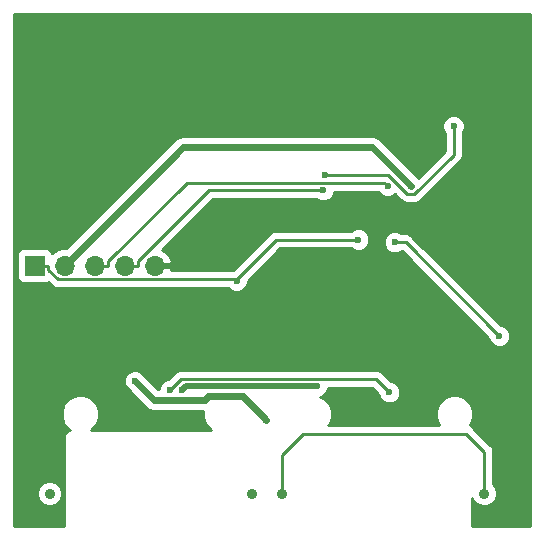
<source format=gbl>
G04 #@! TF.GenerationSoftware,KiCad,Pcbnew,(5.0.1)-3*
G04 #@! TF.CreationDate,2018-11-04T16:08:14+11:00*
G04 #@! TF.ProjectId,15_Channel_SSR_Driver,31355F4368616E6E656C5F5353525F44,1.1*
G04 #@! TF.SameCoordinates,PX7c25018PY69db1f0*
G04 #@! TF.FileFunction,Copper,L2,Bot,Signal*
G04 #@! TF.FilePolarity,Positive*
%FSLAX46Y46*%
G04 Gerber Fmt 4.6, Leading zero omitted, Abs format (unit mm)*
G04 Created by KiCad (PCBNEW (5.0.1)-3) date 4/11/2018 4:08:14 PM*
%MOMM*%
%LPD*%
G01*
G04 APERTURE LIST*
G04 #@! TA.AperFunction,ComponentPad*
%ADD10C,0.900000*%
G04 #@! TD*
G04 #@! TA.AperFunction,ComponentPad*
%ADD11R,1.700000X1.700000*%
G04 #@! TD*
G04 #@! TA.AperFunction,ComponentPad*
%ADD12O,1.700000X1.700000*%
G04 #@! TD*
G04 #@! TA.AperFunction,ViaPad*
%ADD13C,0.600000*%
G04 #@! TD*
G04 #@! TA.AperFunction,Conductor*
%ADD14C,0.600000*%
G04 #@! TD*
G04 #@! TA.AperFunction,Conductor*
%ADD15C,0.250000*%
G04 #@! TD*
G04 #@! TA.AperFunction,Conductor*
%ADD16C,0.500000*%
G04 #@! TD*
G04 #@! TA.AperFunction,Conductor*
%ADD17C,0.254000*%
G04 #@! TD*
G04 APERTURE END LIST*
D10*
G04 #@! TO.P,J1,9*
G04 #@! TO.N,Net-(J1-Pad1)*
X23370000Y-41282000D03*
X40470000Y-41282000D03*
G04 #@! TD*
G04 #@! TO.P,J2,9*
G04 #@! TO.N,Net-(J1-Pad1)*
X3685000Y-41282000D03*
X20785000Y-41282000D03*
G04 #@! TD*
D11*
G04 #@! TO.P,P6,1*
G04 #@! TO.N,/1W-DATA*
X2413000Y-21971000D03*
D12*
G04 #@! TO.P,P6,2*
G04 #@! TO.N,+3V3*
X4953000Y-21971000D03*
G04 #@! TO.P,P6,3*
G04 #@! TO.N,/UART_TX*
X7493000Y-21971000D03*
G04 #@! TO.P,P6,4*
G04 #@! TO.N,/UART_RX*
X10033000Y-21971000D03*
G04 #@! TO.P,P6,5*
G04 #@! TO.N,GND*
X12573000Y-21971000D03*
G04 #@! TD*
D13*
G04 #@! TO.N,+5V*
X10909800Y-31749800D03*
X22004700Y-35036800D03*
G04 #@! TO.N,GND*
X26162000Y-27305000D03*
X17145000Y-25527000D03*
X39624000Y-20701000D03*
X34163000Y-19050000D03*
X33401000Y-30480000D03*
X33147000Y-28575000D03*
X33274000Y-26670000D03*
X33528000Y-24511000D03*
X34036000Y-22860000D03*
G04 #@! TO.N,+3V3*
X34316000Y-15278000D03*
X19937000Y-11955000D03*
G04 #@! TO.N,Net-(J1-Pad7)*
X26289000Y-32204900D03*
X14859000Y-32537200D03*
G04 #@! TO.N,Net-(J1-Pad6)*
X32449600Y-32703800D03*
X13843000Y-32512000D03*
G04 #@! TO.N,/1W-DATA*
X29821000Y-19769600D03*
X19514500Y-23259900D03*
G04 #@! TO.N,/UART_TX*
X32295000Y-15231000D03*
G04 #@! TO.N,/UART_RX*
X26845000Y-15599000D03*
G04 #@! TO.N,Net-(P1-Pad10)*
X32891000Y-19999000D03*
X41765000Y-27946000D03*
G04 #@! TO.N,/CH13*
X37883800Y-10173600D03*
X26982100Y-14274000D03*
G04 #@! TD*
D14*
G04 #@! TO.N,+5V*
X10909800Y-31749800D02*
X12497200Y-33337200D01*
X12497200Y-33337200D02*
X16828500Y-33337200D01*
X16828500Y-33337200D02*
X17113600Y-33052100D01*
X17113600Y-33052100D02*
X20020000Y-33052100D01*
X20020000Y-33052100D02*
X22004700Y-35036800D01*
D15*
G04 #@! TO.N,GND*
X26162000Y-27305000D02*
X25527000Y-26670000D01*
X25527000Y-26670000D02*
X18288000Y-26670000D01*
X18288000Y-26670000D02*
X17145000Y-25527000D01*
X39624000Y-20701000D02*
X35814000Y-20701000D01*
X35814000Y-20701000D02*
X34163000Y-19050000D01*
X33101001Y-30180001D02*
X33101001Y-28620999D01*
X33401000Y-30480000D02*
X33101001Y-30180001D01*
X33101001Y-28620999D02*
X33147000Y-28575000D01*
X33274000Y-26670000D02*
X33274000Y-24765000D01*
X33274000Y-24765000D02*
X33528000Y-24511000D01*
D14*
G04 #@! TO.N,+3V3*
X34316000Y-15278000D02*
X30993000Y-11955000D01*
X30993000Y-11955000D02*
X19937000Y-11955000D01*
X4953000Y-21971000D02*
X14969000Y-11955000D01*
X14969000Y-11955000D02*
X19937000Y-11955000D01*
D16*
G04 #@! TO.N,Net-(J1-Pad7)*
X26289000Y-32204900D02*
X15191300Y-32204900D01*
X15191300Y-32204900D02*
X14859000Y-32537200D01*
D15*
G04 #@! TO.N,Net-(J1-Pad6)*
X32449600Y-32703800D02*
X31325100Y-31579300D01*
X31325100Y-31579300D02*
X15875400Y-31579300D01*
X15875400Y-31579300D02*
X14775700Y-31579300D01*
X14775700Y-31579300D02*
X13843000Y-32512000D01*
G04 #@! TO.N,/1W-DATA*
X19514500Y-23146300D02*
X4396200Y-23146300D01*
X4396200Y-23146300D02*
X3588300Y-22338400D01*
X3588300Y-22338400D02*
X3588300Y-21971000D01*
X19514500Y-23259900D02*
X19514500Y-23146300D01*
X29821000Y-19769600D02*
X22891200Y-19769600D01*
X22891200Y-19769600D02*
X19514500Y-23146300D01*
X2413000Y-21971000D02*
X3588300Y-21971000D01*
G04 #@! TO.N,/UART_TX*
X32295000Y-15231000D02*
X32037000Y-14974000D01*
X32037000Y-14974000D02*
X15298000Y-14974000D01*
X15298000Y-14974000D02*
X8668000Y-21604000D01*
X8668000Y-21604000D02*
X8668000Y-21971000D01*
X8668000Y-21971000D02*
X7493000Y-21971000D01*
G04 #@! TO.N,/UART_RX*
X10033000Y-21971000D02*
X11208000Y-21971000D01*
X11208000Y-21971000D02*
X11208000Y-21604000D01*
X11208000Y-21604000D02*
X17213000Y-15599000D01*
X17213000Y-15599000D02*
X26845000Y-15599000D01*
G04 #@! TO.N,Net-(P1-Pad10)*
X41765000Y-27946000D02*
X33819000Y-19999000D01*
X33819000Y-19999000D02*
X32891000Y-19999000D01*
G04 #@! TO.N,/CH13*
X26982100Y-14274000D02*
X32332700Y-14274000D01*
X32332700Y-14274000D02*
X33967500Y-15908800D01*
X33967500Y-15908800D02*
X34576000Y-15908800D01*
X34576000Y-15908800D02*
X37883800Y-12601000D01*
X37883800Y-12601000D02*
X37883800Y-10173600D01*
G04 #@! TO.N,Net-(J1-Pad1)*
X23370000Y-41282000D02*
X23370000Y-37995400D01*
X23370000Y-37995400D02*
X25141800Y-36223600D01*
X25141800Y-36223600D02*
X38965200Y-36223600D01*
X38965200Y-36223600D02*
X40470000Y-37728400D01*
X40470000Y-37728400D02*
X40470000Y-41282000D01*
G04 #@! TD*
D17*
G04 #@! TO.N,GND*
G36*
X44375001Y-43994000D02*
X39445000Y-43994000D01*
X39445000Y-41642672D01*
X39550182Y-41896603D01*
X39855397Y-42201818D01*
X40254180Y-42367000D01*
X40685820Y-42367000D01*
X41084603Y-42201818D01*
X41389818Y-41896603D01*
X41555000Y-41497820D01*
X41555000Y-41066180D01*
X41389818Y-40667397D01*
X41230000Y-40507579D01*
X41230000Y-37803248D01*
X41244888Y-37728400D01*
X41230000Y-37653552D01*
X41230000Y-37653548D01*
X41185904Y-37431863D01*
X41017929Y-37180471D01*
X40954473Y-37138071D01*
X39555531Y-35739130D01*
X39513129Y-35675671D01*
X39261737Y-35507696D01*
X39240130Y-35503398D01*
X39303698Y-35439830D01*
X39545000Y-34857276D01*
X39545000Y-34226724D01*
X39303698Y-33644170D01*
X38857830Y-33198302D01*
X38275276Y-32957000D01*
X37644724Y-32957000D01*
X37062170Y-33198302D01*
X36616302Y-33644170D01*
X36375000Y-34226724D01*
X36375000Y-34857276D01*
X36616302Y-35439830D01*
X36640072Y-35463600D01*
X27289928Y-35463600D01*
X27313698Y-35439830D01*
X27555000Y-34857276D01*
X27555000Y-34226724D01*
X27313698Y-33644170D01*
X26867830Y-33198302D01*
X26600909Y-33087740D01*
X26818635Y-32997555D01*
X27081655Y-32734535D01*
X27224000Y-32390883D01*
X27224000Y-32339300D01*
X31010299Y-32339300D01*
X31514600Y-32843602D01*
X31514600Y-32889783D01*
X31656945Y-33233435D01*
X31919965Y-33496455D01*
X32263617Y-33638800D01*
X32635583Y-33638800D01*
X32979235Y-33496455D01*
X33242255Y-33233435D01*
X33384600Y-32889783D01*
X33384600Y-32517817D01*
X33242255Y-32174165D01*
X32979235Y-31911145D01*
X32635583Y-31768800D01*
X32589402Y-31768800D01*
X31915431Y-31094830D01*
X31873029Y-31031371D01*
X31621637Y-30863396D01*
X31399952Y-30819300D01*
X31399947Y-30819300D01*
X31325100Y-30804412D01*
X31250253Y-30819300D01*
X14850547Y-30819300D01*
X14775700Y-30804412D01*
X14700853Y-30819300D01*
X14700848Y-30819300D01*
X14479163Y-30863396D01*
X14227771Y-31031371D01*
X14185371Y-31094827D01*
X13703199Y-31577000D01*
X13657017Y-31577000D01*
X13313365Y-31719345D01*
X13050345Y-31982365D01*
X12908000Y-32326017D01*
X12908000Y-32402200D01*
X12884489Y-32402200D01*
X11702456Y-31220167D01*
X11702455Y-31220165D01*
X11439435Y-30957145D01*
X11352682Y-30921211D01*
X11274618Y-30869050D01*
X11182534Y-30850733D01*
X11095783Y-30814800D01*
X11001886Y-30814800D01*
X10909800Y-30796483D01*
X10817714Y-30814800D01*
X10723817Y-30814800D01*
X10637066Y-30850733D01*
X10544982Y-30869050D01*
X10466919Y-30921211D01*
X10380165Y-30957145D01*
X10313765Y-31023545D01*
X10235704Y-31075704D01*
X10183545Y-31153765D01*
X10117145Y-31220165D01*
X10081211Y-31306919D01*
X10029050Y-31384982D01*
X10010733Y-31477066D01*
X9974800Y-31563817D01*
X9974800Y-31657714D01*
X9956483Y-31749800D01*
X9974800Y-31841886D01*
X9974800Y-31935783D01*
X10010733Y-32022534D01*
X10029050Y-32114618D01*
X10081211Y-32192682D01*
X10117145Y-32279435D01*
X10380165Y-32542455D01*
X10380167Y-32542456D01*
X11770939Y-33933228D01*
X11823103Y-34011297D01*
X12132381Y-34217950D01*
X12497200Y-34290517D01*
X12589286Y-34272200D01*
X16690000Y-34272200D01*
X16690000Y-34857276D01*
X16931302Y-35439830D01*
X17357472Y-35866000D01*
X7202528Y-35866000D01*
X7628698Y-35439830D01*
X7870000Y-34857276D01*
X7870000Y-34226724D01*
X7628698Y-33644170D01*
X7182830Y-33198302D01*
X6600276Y-32957000D01*
X5969724Y-32957000D01*
X5387170Y-33198302D01*
X4941302Y-33644170D01*
X4700000Y-34226724D01*
X4700000Y-34857276D01*
X4941302Y-35439830D01*
X5387170Y-35885698D01*
X5397511Y-35889981D01*
X5310972Y-35907195D01*
X5076119Y-36064119D01*
X4919195Y-36298972D01*
X4864091Y-36576000D01*
X4878001Y-36645931D01*
X4878000Y-43994000D01*
X710000Y-43994000D01*
X710000Y-41066180D01*
X2600000Y-41066180D01*
X2600000Y-41497820D01*
X2765182Y-41896603D01*
X3070397Y-42201818D01*
X3469180Y-42367000D01*
X3900820Y-42367000D01*
X4299603Y-42201818D01*
X4604818Y-41896603D01*
X4770000Y-41497820D01*
X4770000Y-41066180D01*
X4604818Y-40667397D01*
X4299603Y-40362182D01*
X3900820Y-40197000D01*
X3469180Y-40197000D01*
X3070397Y-40362182D01*
X2765182Y-40667397D01*
X2600000Y-41066180D01*
X710000Y-41066180D01*
X710000Y-21121000D01*
X915560Y-21121000D01*
X915560Y-22821000D01*
X964843Y-23068765D01*
X1105191Y-23278809D01*
X1315235Y-23419157D01*
X1563000Y-23468440D01*
X3263000Y-23468440D01*
X3510765Y-23419157D01*
X3560814Y-23385715D01*
X3805871Y-23630773D01*
X3848271Y-23694229D01*
X4099663Y-23862204D01*
X4321348Y-23906300D01*
X4321352Y-23906300D01*
X4396199Y-23921188D01*
X4471046Y-23906300D01*
X18838610Y-23906300D01*
X18984865Y-24052555D01*
X19328517Y-24194900D01*
X19700483Y-24194900D01*
X20044135Y-24052555D01*
X20307155Y-23789535D01*
X20449500Y-23445883D01*
X20449500Y-23286101D01*
X23206002Y-20529600D01*
X29258710Y-20529600D01*
X29291365Y-20562255D01*
X29635017Y-20704600D01*
X30006983Y-20704600D01*
X30350635Y-20562255D01*
X30613655Y-20299235D01*
X30756000Y-19955583D01*
X30756000Y-19813017D01*
X31956000Y-19813017D01*
X31956000Y-20184983D01*
X32098345Y-20528635D01*
X32361365Y-20791655D01*
X32705017Y-20934000D01*
X33076983Y-20934000D01*
X33420635Y-20791655D01*
X33453290Y-20759000D01*
X33504171Y-20759000D01*
X40830000Y-28085752D01*
X40830000Y-28131983D01*
X40972345Y-28475635D01*
X41235365Y-28738655D01*
X41579017Y-28881000D01*
X41950983Y-28881000D01*
X42294635Y-28738655D01*
X42557655Y-28475635D01*
X42700000Y-28131983D01*
X42700000Y-27760017D01*
X42557655Y-27416365D01*
X42294635Y-27153345D01*
X41950983Y-27011000D01*
X41904852Y-27011000D01*
X34409344Y-19514549D01*
X34366929Y-19451071D01*
X34237814Y-19364799D01*
X34115582Y-19283115D01*
X34115558Y-19283110D01*
X34115537Y-19283096D01*
X33955120Y-19251187D01*
X33819048Y-19224112D01*
X33744176Y-19239000D01*
X33453290Y-19239000D01*
X33420635Y-19206345D01*
X33076983Y-19064000D01*
X32705017Y-19064000D01*
X32361365Y-19206345D01*
X32098345Y-19469365D01*
X31956000Y-19813017D01*
X30756000Y-19813017D01*
X30756000Y-19583617D01*
X30613655Y-19239965D01*
X30350635Y-18976945D01*
X30006983Y-18834600D01*
X29635017Y-18834600D01*
X29291365Y-18976945D01*
X29258710Y-19009600D01*
X22966047Y-19009600D01*
X22891200Y-18994712D01*
X22816353Y-19009600D01*
X22816348Y-19009600D01*
X22594663Y-19053696D01*
X22343271Y-19221671D01*
X22300871Y-19285127D01*
X19213427Y-22372572D01*
X19180284Y-22386300D01*
X13987056Y-22386300D01*
X14014486Y-22327892D01*
X13893819Y-22098000D01*
X12700000Y-22098000D01*
X12700000Y-22118000D01*
X12446000Y-22118000D01*
X12446000Y-22098000D01*
X12426000Y-22098000D01*
X12426000Y-21844000D01*
X12446000Y-21844000D01*
X12446000Y-21824000D01*
X12700000Y-21824000D01*
X12700000Y-21844000D01*
X13893819Y-21844000D01*
X14014486Y-21614108D01*
X13768183Y-21089642D01*
X13339924Y-20699355D01*
X13232104Y-20654697D01*
X17527803Y-16359000D01*
X26282710Y-16359000D01*
X26315365Y-16391655D01*
X26659017Y-16534000D01*
X27030983Y-16534000D01*
X27374635Y-16391655D01*
X27637655Y-16128635D01*
X27780000Y-15784983D01*
X27780000Y-15734000D01*
X31491312Y-15734000D01*
X31502345Y-15760635D01*
X31765365Y-16023655D01*
X32109017Y-16166000D01*
X32480983Y-16166000D01*
X32824635Y-16023655D01*
X32916094Y-15932196D01*
X33377173Y-16393276D01*
X33419571Y-16456729D01*
X33483024Y-16499127D01*
X33483026Y-16499129D01*
X33608402Y-16582902D01*
X33670963Y-16624704D01*
X33892648Y-16668800D01*
X33892652Y-16668800D01*
X33967499Y-16683688D01*
X34042346Y-16668800D01*
X34501153Y-16668800D01*
X34576000Y-16683688D01*
X34650847Y-16668800D01*
X34650852Y-16668800D01*
X34872537Y-16624704D01*
X35123929Y-16456729D01*
X35166331Y-16393270D01*
X38368273Y-13191329D01*
X38431729Y-13148929D01*
X38599704Y-12897537D01*
X38643800Y-12675852D01*
X38643800Y-12675848D01*
X38658688Y-12601000D01*
X38643800Y-12526152D01*
X38643800Y-10735890D01*
X38676455Y-10703235D01*
X38818800Y-10359583D01*
X38818800Y-9987617D01*
X38676455Y-9643965D01*
X38413435Y-9380945D01*
X38069783Y-9238600D01*
X37697817Y-9238600D01*
X37354165Y-9380945D01*
X37091145Y-9643965D01*
X36948800Y-9987617D01*
X36948800Y-10359583D01*
X37091145Y-10703235D01*
X37123801Y-10735891D01*
X37123800Y-12286198D01*
X34885144Y-14524854D01*
X34845635Y-14485345D01*
X34845633Y-14485344D01*
X31719261Y-11358972D01*
X31667097Y-11280903D01*
X31357819Y-11074250D01*
X31085086Y-11020000D01*
X30993000Y-11001683D01*
X30900914Y-11020000D01*
X15061085Y-11020000D01*
X14968999Y-11001683D01*
X14604181Y-11074250D01*
X14294903Y-11280903D01*
X14242741Y-11358969D01*
X5112981Y-20488730D01*
X5099256Y-20486000D01*
X4806744Y-20486000D01*
X4373582Y-20572161D01*
X3882375Y-20900375D01*
X3870184Y-20918619D01*
X3861157Y-20873235D01*
X3720809Y-20663191D01*
X3510765Y-20522843D01*
X3263000Y-20473560D01*
X1563000Y-20473560D01*
X1315235Y-20522843D01*
X1105191Y-20663191D01*
X964843Y-20873235D01*
X915560Y-21121000D01*
X710000Y-21121000D01*
X710000Y-710000D01*
X44375000Y-710000D01*
X44375001Y-43994000D01*
X44375001Y-43994000D01*
G37*
X44375001Y-43994000D02*
X39445000Y-43994000D01*
X39445000Y-41642672D01*
X39550182Y-41896603D01*
X39855397Y-42201818D01*
X40254180Y-42367000D01*
X40685820Y-42367000D01*
X41084603Y-42201818D01*
X41389818Y-41896603D01*
X41555000Y-41497820D01*
X41555000Y-41066180D01*
X41389818Y-40667397D01*
X41230000Y-40507579D01*
X41230000Y-37803248D01*
X41244888Y-37728400D01*
X41230000Y-37653552D01*
X41230000Y-37653548D01*
X41185904Y-37431863D01*
X41017929Y-37180471D01*
X40954473Y-37138071D01*
X39555531Y-35739130D01*
X39513129Y-35675671D01*
X39261737Y-35507696D01*
X39240130Y-35503398D01*
X39303698Y-35439830D01*
X39545000Y-34857276D01*
X39545000Y-34226724D01*
X39303698Y-33644170D01*
X38857830Y-33198302D01*
X38275276Y-32957000D01*
X37644724Y-32957000D01*
X37062170Y-33198302D01*
X36616302Y-33644170D01*
X36375000Y-34226724D01*
X36375000Y-34857276D01*
X36616302Y-35439830D01*
X36640072Y-35463600D01*
X27289928Y-35463600D01*
X27313698Y-35439830D01*
X27555000Y-34857276D01*
X27555000Y-34226724D01*
X27313698Y-33644170D01*
X26867830Y-33198302D01*
X26600909Y-33087740D01*
X26818635Y-32997555D01*
X27081655Y-32734535D01*
X27224000Y-32390883D01*
X27224000Y-32339300D01*
X31010299Y-32339300D01*
X31514600Y-32843602D01*
X31514600Y-32889783D01*
X31656945Y-33233435D01*
X31919965Y-33496455D01*
X32263617Y-33638800D01*
X32635583Y-33638800D01*
X32979235Y-33496455D01*
X33242255Y-33233435D01*
X33384600Y-32889783D01*
X33384600Y-32517817D01*
X33242255Y-32174165D01*
X32979235Y-31911145D01*
X32635583Y-31768800D01*
X32589402Y-31768800D01*
X31915431Y-31094830D01*
X31873029Y-31031371D01*
X31621637Y-30863396D01*
X31399952Y-30819300D01*
X31399947Y-30819300D01*
X31325100Y-30804412D01*
X31250253Y-30819300D01*
X14850547Y-30819300D01*
X14775700Y-30804412D01*
X14700853Y-30819300D01*
X14700848Y-30819300D01*
X14479163Y-30863396D01*
X14227771Y-31031371D01*
X14185371Y-31094827D01*
X13703199Y-31577000D01*
X13657017Y-31577000D01*
X13313365Y-31719345D01*
X13050345Y-31982365D01*
X12908000Y-32326017D01*
X12908000Y-32402200D01*
X12884489Y-32402200D01*
X11702456Y-31220167D01*
X11702455Y-31220165D01*
X11439435Y-30957145D01*
X11352682Y-30921211D01*
X11274618Y-30869050D01*
X11182534Y-30850733D01*
X11095783Y-30814800D01*
X11001886Y-30814800D01*
X10909800Y-30796483D01*
X10817714Y-30814800D01*
X10723817Y-30814800D01*
X10637066Y-30850733D01*
X10544982Y-30869050D01*
X10466919Y-30921211D01*
X10380165Y-30957145D01*
X10313765Y-31023545D01*
X10235704Y-31075704D01*
X10183545Y-31153765D01*
X10117145Y-31220165D01*
X10081211Y-31306919D01*
X10029050Y-31384982D01*
X10010733Y-31477066D01*
X9974800Y-31563817D01*
X9974800Y-31657714D01*
X9956483Y-31749800D01*
X9974800Y-31841886D01*
X9974800Y-31935783D01*
X10010733Y-32022534D01*
X10029050Y-32114618D01*
X10081211Y-32192682D01*
X10117145Y-32279435D01*
X10380165Y-32542455D01*
X10380167Y-32542456D01*
X11770939Y-33933228D01*
X11823103Y-34011297D01*
X12132381Y-34217950D01*
X12497200Y-34290517D01*
X12589286Y-34272200D01*
X16690000Y-34272200D01*
X16690000Y-34857276D01*
X16931302Y-35439830D01*
X17357472Y-35866000D01*
X7202528Y-35866000D01*
X7628698Y-35439830D01*
X7870000Y-34857276D01*
X7870000Y-34226724D01*
X7628698Y-33644170D01*
X7182830Y-33198302D01*
X6600276Y-32957000D01*
X5969724Y-32957000D01*
X5387170Y-33198302D01*
X4941302Y-33644170D01*
X4700000Y-34226724D01*
X4700000Y-34857276D01*
X4941302Y-35439830D01*
X5387170Y-35885698D01*
X5397511Y-35889981D01*
X5310972Y-35907195D01*
X5076119Y-36064119D01*
X4919195Y-36298972D01*
X4864091Y-36576000D01*
X4878001Y-36645931D01*
X4878000Y-43994000D01*
X710000Y-43994000D01*
X710000Y-41066180D01*
X2600000Y-41066180D01*
X2600000Y-41497820D01*
X2765182Y-41896603D01*
X3070397Y-42201818D01*
X3469180Y-42367000D01*
X3900820Y-42367000D01*
X4299603Y-42201818D01*
X4604818Y-41896603D01*
X4770000Y-41497820D01*
X4770000Y-41066180D01*
X4604818Y-40667397D01*
X4299603Y-40362182D01*
X3900820Y-40197000D01*
X3469180Y-40197000D01*
X3070397Y-40362182D01*
X2765182Y-40667397D01*
X2600000Y-41066180D01*
X710000Y-41066180D01*
X710000Y-21121000D01*
X915560Y-21121000D01*
X915560Y-22821000D01*
X964843Y-23068765D01*
X1105191Y-23278809D01*
X1315235Y-23419157D01*
X1563000Y-23468440D01*
X3263000Y-23468440D01*
X3510765Y-23419157D01*
X3560814Y-23385715D01*
X3805871Y-23630773D01*
X3848271Y-23694229D01*
X4099663Y-23862204D01*
X4321348Y-23906300D01*
X4321352Y-23906300D01*
X4396199Y-23921188D01*
X4471046Y-23906300D01*
X18838610Y-23906300D01*
X18984865Y-24052555D01*
X19328517Y-24194900D01*
X19700483Y-24194900D01*
X20044135Y-24052555D01*
X20307155Y-23789535D01*
X20449500Y-23445883D01*
X20449500Y-23286101D01*
X23206002Y-20529600D01*
X29258710Y-20529600D01*
X29291365Y-20562255D01*
X29635017Y-20704600D01*
X30006983Y-20704600D01*
X30350635Y-20562255D01*
X30613655Y-20299235D01*
X30756000Y-19955583D01*
X30756000Y-19813017D01*
X31956000Y-19813017D01*
X31956000Y-20184983D01*
X32098345Y-20528635D01*
X32361365Y-20791655D01*
X32705017Y-20934000D01*
X33076983Y-20934000D01*
X33420635Y-20791655D01*
X33453290Y-20759000D01*
X33504171Y-20759000D01*
X40830000Y-28085752D01*
X40830000Y-28131983D01*
X40972345Y-28475635D01*
X41235365Y-28738655D01*
X41579017Y-28881000D01*
X41950983Y-28881000D01*
X42294635Y-28738655D01*
X42557655Y-28475635D01*
X42700000Y-28131983D01*
X42700000Y-27760017D01*
X42557655Y-27416365D01*
X42294635Y-27153345D01*
X41950983Y-27011000D01*
X41904852Y-27011000D01*
X34409344Y-19514549D01*
X34366929Y-19451071D01*
X34237814Y-19364799D01*
X34115582Y-19283115D01*
X34115558Y-19283110D01*
X34115537Y-19283096D01*
X33955120Y-19251187D01*
X33819048Y-19224112D01*
X33744176Y-19239000D01*
X33453290Y-19239000D01*
X33420635Y-19206345D01*
X33076983Y-19064000D01*
X32705017Y-19064000D01*
X32361365Y-19206345D01*
X32098345Y-19469365D01*
X31956000Y-19813017D01*
X30756000Y-19813017D01*
X30756000Y-19583617D01*
X30613655Y-19239965D01*
X30350635Y-18976945D01*
X30006983Y-18834600D01*
X29635017Y-18834600D01*
X29291365Y-18976945D01*
X29258710Y-19009600D01*
X22966047Y-19009600D01*
X22891200Y-18994712D01*
X22816353Y-19009600D01*
X22816348Y-19009600D01*
X22594663Y-19053696D01*
X22343271Y-19221671D01*
X22300871Y-19285127D01*
X19213427Y-22372572D01*
X19180284Y-22386300D01*
X13987056Y-22386300D01*
X14014486Y-22327892D01*
X13893819Y-22098000D01*
X12700000Y-22098000D01*
X12700000Y-22118000D01*
X12446000Y-22118000D01*
X12446000Y-22098000D01*
X12426000Y-22098000D01*
X12426000Y-21844000D01*
X12446000Y-21844000D01*
X12446000Y-21824000D01*
X12700000Y-21824000D01*
X12700000Y-21844000D01*
X13893819Y-21844000D01*
X14014486Y-21614108D01*
X13768183Y-21089642D01*
X13339924Y-20699355D01*
X13232104Y-20654697D01*
X17527803Y-16359000D01*
X26282710Y-16359000D01*
X26315365Y-16391655D01*
X26659017Y-16534000D01*
X27030983Y-16534000D01*
X27374635Y-16391655D01*
X27637655Y-16128635D01*
X27780000Y-15784983D01*
X27780000Y-15734000D01*
X31491312Y-15734000D01*
X31502345Y-15760635D01*
X31765365Y-16023655D01*
X32109017Y-16166000D01*
X32480983Y-16166000D01*
X32824635Y-16023655D01*
X32916094Y-15932196D01*
X33377173Y-16393276D01*
X33419571Y-16456729D01*
X33483024Y-16499127D01*
X33483026Y-16499129D01*
X33608402Y-16582902D01*
X33670963Y-16624704D01*
X33892648Y-16668800D01*
X33892652Y-16668800D01*
X33967499Y-16683688D01*
X34042346Y-16668800D01*
X34501153Y-16668800D01*
X34576000Y-16683688D01*
X34650847Y-16668800D01*
X34650852Y-16668800D01*
X34872537Y-16624704D01*
X35123929Y-16456729D01*
X35166331Y-16393270D01*
X38368273Y-13191329D01*
X38431729Y-13148929D01*
X38599704Y-12897537D01*
X38643800Y-12675852D01*
X38643800Y-12675848D01*
X38658688Y-12601000D01*
X38643800Y-12526152D01*
X38643800Y-10735890D01*
X38676455Y-10703235D01*
X38818800Y-10359583D01*
X38818800Y-9987617D01*
X38676455Y-9643965D01*
X38413435Y-9380945D01*
X38069783Y-9238600D01*
X37697817Y-9238600D01*
X37354165Y-9380945D01*
X37091145Y-9643965D01*
X36948800Y-9987617D01*
X36948800Y-10359583D01*
X37091145Y-10703235D01*
X37123801Y-10735891D01*
X37123800Y-12286198D01*
X34885144Y-14524854D01*
X34845635Y-14485345D01*
X34845633Y-14485344D01*
X31719261Y-11358972D01*
X31667097Y-11280903D01*
X31357819Y-11074250D01*
X31085086Y-11020000D01*
X30993000Y-11001683D01*
X30900914Y-11020000D01*
X15061085Y-11020000D01*
X14968999Y-11001683D01*
X14604181Y-11074250D01*
X14294903Y-11280903D01*
X14242741Y-11358969D01*
X5112981Y-20488730D01*
X5099256Y-20486000D01*
X4806744Y-20486000D01*
X4373582Y-20572161D01*
X3882375Y-20900375D01*
X3870184Y-20918619D01*
X3861157Y-20873235D01*
X3720809Y-20663191D01*
X3510765Y-20522843D01*
X3263000Y-20473560D01*
X1563000Y-20473560D01*
X1315235Y-20522843D01*
X1105191Y-20663191D01*
X964843Y-20873235D01*
X915560Y-21121000D01*
X710000Y-21121000D01*
X710000Y-710000D01*
X44375000Y-710000D01*
X44375001Y-43994000D01*
G04 #@! TD*
M02*

</source>
